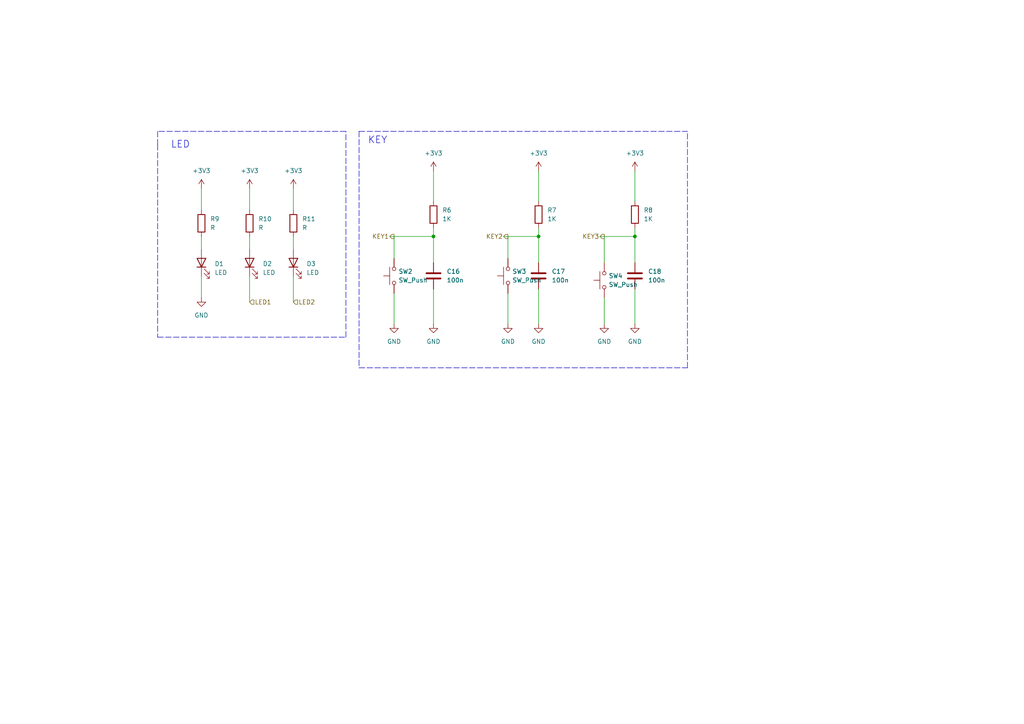
<source format=kicad_sch>
(kicad_sch (version 20211123) (generator eeschema)

  (uuid 01873668-f6e7-4007-94f9-3a5d38340f89)

  (paper "A4")

  (lib_symbols
    (symbol "Device:C" (pin_numbers hide) (pin_names (offset 0.254)) (in_bom yes) (on_board yes)
      (property "Reference" "C" (id 0) (at 0.635 2.54 0)
        (effects (font (size 1.27 1.27)) (justify left))
      )
      (property "Value" "C" (id 1) (at 0.635 -2.54 0)
        (effects (font (size 1.27 1.27)) (justify left))
      )
      (property "Footprint" "" (id 2) (at 0.9652 -3.81 0)
        (effects (font (size 1.27 1.27)) hide)
      )
      (property "Datasheet" "~" (id 3) (at 0 0 0)
        (effects (font (size 1.27 1.27)) hide)
      )
      (property "ki_keywords" "cap capacitor" (id 4) (at 0 0 0)
        (effects (font (size 1.27 1.27)) hide)
      )
      (property "ki_description" "Unpolarized capacitor" (id 5) (at 0 0 0)
        (effects (font (size 1.27 1.27)) hide)
      )
      (property "ki_fp_filters" "C_*" (id 6) (at 0 0 0)
        (effects (font (size 1.27 1.27)) hide)
      )
      (symbol "C_0_1"
        (polyline
          (pts
            (xy -2.032 -0.762)
            (xy 2.032 -0.762)
          )
          (stroke (width 0.508) (type default) (color 0 0 0 0))
          (fill (type none))
        )
        (polyline
          (pts
            (xy -2.032 0.762)
            (xy 2.032 0.762)
          )
          (stroke (width 0.508) (type default) (color 0 0 0 0))
          (fill (type none))
        )
      )
      (symbol "C_1_1"
        (pin passive line (at 0 3.81 270) (length 2.794)
          (name "~" (effects (font (size 1.27 1.27))))
          (number "1" (effects (font (size 1.27 1.27))))
        )
        (pin passive line (at 0 -3.81 90) (length 2.794)
          (name "~" (effects (font (size 1.27 1.27))))
          (number "2" (effects (font (size 1.27 1.27))))
        )
      )
    )
    (symbol "Device:LED" (pin_numbers hide) (pin_names (offset 1.016) hide) (in_bom yes) (on_board yes)
      (property "Reference" "D" (id 0) (at 0 2.54 0)
        (effects (font (size 1.27 1.27)))
      )
      (property "Value" "LED" (id 1) (at 0 -2.54 0)
        (effects (font (size 1.27 1.27)))
      )
      (property "Footprint" "" (id 2) (at 0 0 0)
        (effects (font (size 1.27 1.27)) hide)
      )
      (property "Datasheet" "~" (id 3) (at 0 0 0)
        (effects (font (size 1.27 1.27)) hide)
      )
      (property "ki_keywords" "LED diode" (id 4) (at 0 0 0)
        (effects (font (size 1.27 1.27)) hide)
      )
      (property "ki_description" "Light emitting diode" (id 5) (at 0 0 0)
        (effects (font (size 1.27 1.27)) hide)
      )
      (property "ki_fp_filters" "LED* LED_SMD:* LED_THT:*" (id 6) (at 0 0 0)
        (effects (font (size 1.27 1.27)) hide)
      )
      (symbol "LED_0_1"
        (polyline
          (pts
            (xy -1.27 -1.27)
            (xy -1.27 1.27)
          )
          (stroke (width 0.254) (type default) (color 0 0 0 0))
          (fill (type none))
        )
        (polyline
          (pts
            (xy -1.27 0)
            (xy 1.27 0)
          )
          (stroke (width 0) (type default) (color 0 0 0 0))
          (fill (type none))
        )
        (polyline
          (pts
            (xy 1.27 -1.27)
            (xy 1.27 1.27)
            (xy -1.27 0)
            (xy 1.27 -1.27)
          )
          (stroke (width 0.254) (type default) (color 0 0 0 0))
          (fill (type none))
        )
        (polyline
          (pts
            (xy -3.048 -0.762)
            (xy -4.572 -2.286)
            (xy -3.81 -2.286)
            (xy -4.572 -2.286)
            (xy -4.572 -1.524)
          )
          (stroke (width 0) (type default) (color 0 0 0 0))
          (fill (type none))
        )
        (polyline
          (pts
            (xy -1.778 -0.762)
            (xy -3.302 -2.286)
            (xy -2.54 -2.286)
            (xy -3.302 -2.286)
            (xy -3.302 -1.524)
          )
          (stroke (width 0) (type default) (color 0 0 0 0))
          (fill (type none))
        )
      )
      (symbol "LED_1_1"
        (pin passive line (at -3.81 0 0) (length 2.54)
          (name "K" (effects (font (size 1.27 1.27))))
          (number "1" (effects (font (size 1.27 1.27))))
        )
        (pin passive line (at 3.81 0 180) (length 2.54)
          (name "A" (effects (font (size 1.27 1.27))))
          (number "2" (effects (font (size 1.27 1.27))))
        )
      )
    )
    (symbol "Device:R" (pin_numbers hide) (pin_names (offset 0)) (in_bom yes) (on_board yes)
      (property "Reference" "R" (id 0) (at 2.032 0 90)
        (effects (font (size 1.27 1.27)))
      )
      (property "Value" "R" (id 1) (at 0 0 90)
        (effects (font (size 1.27 1.27)))
      )
      (property "Footprint" "" (id 2) (at -1.778 0 90)
        (effects (font (size 1.27 1.27)) hide)
      )
      (property "Datasheet" "~" (id 3) (at 0 0 0)
        (effects (font (size 1.27 1.27)) hide)
      )
      (property "ki_keywords" "R res resistor" (id 4) (at 0 0 0)
        (effects (font (size 1.27 1.27)) hide)
      )
      (property "ki_description" "Resistor" (id 5) (at 0 0 0)
        (effects (font (size 1.27 1.27)) hide)
      )
      (property "ki_fp_filters" "R_*" (id 6) (at 0 0 0)
        (effects (font (size 1.27 1.27)) hide)
      )
      (symbol "R_0_1"
        (rectangle (start -1.016 -2.54) (end 1.016 2.54)
          (stroke (width 0.254) (type default) (color 0 0 0 0))
          (fill (type none))
        )
      )
      (symbol "R_1_1"
        (pin passive line (at 0 3.81 270) (length 1.27)
          (name "~" (effects (font (size 1.27 1.27))))
          (number "1" (effects (font (size 1.27 1.27))))
        )
        (pin passive line (at 0 -3.81 90) (length 1.27)
          (name "~" (effects (font (size 1.27 1.27))))
          (number "2" (effects (font (size 1.27 1.27))))
        )
      )
    )
    (symbol "Switch:SW_Push" (pin_numbers hide) (pin_names (offset 1.016) hide) (in_bom yes) (on_board yes)
      (property "Reference" "SW" (id 0) (at 1.27 2.54 0)
        (effects (font (size 1.27 1.27)) (justify left))
      )
      (property "Value" "SW_Push" (id 1) (at 0 -1.524 0)
        (effects (font (size 1.27 1.27)))
      )
      (property "Footprint" "" (id 2) (at 0 5.08 0)
        (effects (font (size 1.27 1.27)) hide)
      )
      (property "Datasheet" "~" (id 3) (at 0 5.08 0)
        (effects (font (size 1.27 1.27)) hide)
      )
      (property "ki_keywords" "switch normally-open pushbutton push-button" (id 4) (at 0 0 0)
        (effects (font (size 1.27 1.27)) hide)
      )
      (property "ki_description" "Push button switch, generic, two pins" (id 5) (at 0 0 0)
        (effects (font (size 1.27 1.27)) hide)
      )
      (symbol "SW_Push_0_1"
        (circle (center -2.032 0) (radius 0.508)
          (stroke (width 0) (type default) (color 0 0 0 0))
          (fill (type none))
        )
        (polyline
          (pts
            (xy 0 1.27)
            (xy 0 3.048)
          )
          (stroke (width 0) (type default) (color 0 0 0 0))
          (fill (type none))
        )
        (polyline
          (pts
            (xy 2.54 1.27)
            (xy -2.54 1.27)
          )
          (stroke (width 0) (type default) (color 0 0 0 0))
          (fill (type none))
        )
        (circle (center 2.032 0) (radius 0.508)
          (stroke (width 0) (type default) (color 0 0 0 0))
          (fill (type none))
        )
        (pin passive line (at -5.08 0 0) (length 2.54)
          (name "1" (effects (font (size 1.27 1.27))))
          (number "1" (effects (font (size 1.27 1.27))))
        )
        (pin passive line (at 5.08 0 180) (length 2.54)
          (name "2" (effects (font (size 1.27 1.27))))
          (number "2" (effects (font (size 1.27 1.27))))
        )
      )
    )
    (symbol "power:+3V3" (power) (pin_names (offset 0)) (in_bom yes) (on_board yes)
      (property "Reference" "#PWR" (id 0) (at 0 -3.81 0)
        (effects (font (size 1.27 1.27)) hide)
      )
      (property "Value" "+3V3" (id 1) (at 0 3.556 0)
        (effects (font (size 1.27 1.27)))
      )
      (property "Footprint" "" (id 2) (at 0 0 0)
        (effects (font (size 1.27 1.27)) hide)
      )
      (property "Datasheet" "" (id 3) (at 0 0 0)
        (effects (font (size 1.27 1.27)) hide)
      )
      (property "ki_keywords" "power-flag" (id 4) (at 0 0 0)
        (effects (font (size 1.27 1.27)) hide)
      )
      (property "ki_description" "Power symbol creates a global label with name \"+3V3\"" (id 5) (at 0 0 0)
        (effects (font (size 1.27 1.27)) hide)
      )
      (symbol "+3V3_0_1"
        (polyline
          (pts
            (xy -0.762 1.27)
            (xy 0 2.54)
          )
          (stroke (width 0) (type default) (color 0 0 0 0))
          (fill (type none))
        )
        (polyline
          (pts
            (xy 0 0)
            (xy 0 2.54)
          )
          (stroke (width 0) (type default) (color 0 0 0 0))
          (fill (type none))
        )
        (polyline
          (pts
            (xy 0 2.54)
            (xy 0.762 1.27)
          )
          (stroke (width 0) (type default) (color 0 0 0 0))
          (fill (type none))
        )
      )
      (symbol "+3V3_1_1"
        (pin power_in line (at 0 0 90) (length 0) hide
          (name "+3V3" (effects (font (size 1.27 1.27))))
          (number "1" (effects (font (size 1.27 1.27))))
        )
      )
    )
    (symbol "power:GND" (power) (pin_names (offset 0)) (in_bom yes) (on_board yes)
      (property "Reference" "#PWR" (id 0) (at 0 -6.35 0)
        (effects (font (size 1.27 1.27)) hide)
      )
      (property "Value" "GND" (id 1) (at 0 -3.81 0)
        (effects (font (size 1.27 1.27)))
      )
      (property "Footprint" "" (id 2) (at 0 0 0)
        (effects (font (size 1.27 1.27)) hide)
      )
      (property "Datasheet" "" (id 3) (at 0 0 0)
        (effects (font (size 1.27 1.27)) hide)
      )
      (property "ki_keywords" "power-flag" (id 4) (at 0 0 0)
        (effects (font (size 1.27 1.27)) hide)
      )
      (property "ki_description" "Power symbol creates a global label with name \"GND\" , ground" (id 5) (at 0 0 0)
        (effects (font (size 1.27 1.27)) hide)
      )
      (symbol "GND_0_1"
        (polyline
          (pts
            (xy 0 0)
            (xy 0 -1.27)
            (xy 1.27 -1.27)
            (xy 0 -2.54)
            (xy -1.27 -1.27)
            (xy 0 -1.27)
          )
          (stroke (width 0) (type default) (color 0 0 0 0))
          (fill (type none))
        )
      )
      (symbol "GND_1_1"
        (pin power_in line (at 0 0 270) (length 0) hide
          (name "GND" (effects (font (size 1.27 1.27))))
          (number "1" (effects (font (size 1.27 1.27))))
        )
      )
    )
  )

  (junction (at 125.73 68.58) (diameter 0) (color 0 0 0 0)
    (uuid 2c683d1b-5ba5-4aac-8e6d-b9c5eeb8a988)
  )
  (junction (at 184.15 68.58) (diameter 0) (color 0 0 0 0)
    (uuid 5f476693-0b87-4b71-92f6-f6e37a06af9f)
  )
  (junction (at 156.21 68.58) (diameter 0) (color 0 0 0 0)
    (uuid bca70e43-1c5d-410b-9366-0f37710a1ce6)
  )

  (wire (pts (xy 184.15 66.04) (xy 184.15 68.58))
    (stroke (width 0) (type default) (color 0 0 0 0))
    (uuid 017d4839-9c24-4900-a276-4976ae98ee7d)
  )
  (wire (pts (xy 125.73 49.53) (xy 125.73 58.42))
    (stroke (width 0) (type default) (color 0 0 0 0))
    (uuid 020098d5-3cea-40e9-bbb5-183d7ff30738)
  )
  (wire (pts (xy 173.99 68.58) (xy 184.15 68.58))
    (stroke (width 0) (type default) (color 0 0 0 0))
    (uuid 06c484dd-dab3-4b9a-aa74-4c05d98b4303)
  )
  (wire (pts (xy 85.09 54.61) (xy 85.09 60.96))
    (stroke (width 0) (type default) (color 0 0 0 0))
    (uuid 0ba1ec6c-410e-4d4c-9e41-790df981a3da)
  )
  (wire (pts (xy 156.21 49.53) (xy 156.21 58.42))
    (stroke (width 0) (type default) (color 0 0 0 0))
    (uuid 0dbdfb25-99b5-4842-a0d0-88bb7f297233)
  )
  (wire (pts (xy 125.73 83.82) (xy 125.73 93.98))
    (stroke (width 0) (type default) (color 0 0 0 0))
    (uuid 11a15918-640d-418a-a31c-9078f42ff5e3)
  )
  (wire (pts (xy 85.09 80.01) (xy 85.09 87.63))
    (stroke (width 0) (type default) (color 0 0 0 0))
    (uuid 12e11a69-fff0-4708-8cf7-ea57a25c1aa7)
  )
  (polyline (pts (xy 45.72 41.91) (xy 45.72 97.79))
    (stroke (width 0) (type default) (color 0 0 0 0))
    (uuid 16f903c1-093e-497d-a9db-5dc2fa56cd8b)
  )
  (polyline (pts (xy 45.72 38.1) (xy 45.72 41.91))
    (stroke (width 0) (type default) (color 0 0 0 0))
    (uuid 26b8fa60-f9bb-4d48-a7fd-ba6ceb373950)
  )
  (polyline (pts (xy 100.33 97.79) (xy 100.33 38.1))
    (stroke (width 0) (type default) (color 0 0 0 0))
    (uuid 2b4b2df3-645a-4f83-8733-8d072783159e)
  )

  (wire (pts (xy 156.21 66.04) (xy 156.21 68.58))
    (stroke (width 0) (type default) (color 0 0 0 0))
    (uuid 2cd049d6-b972-497b-9d75-5b28b843cf9d)
  )
  (wire (pts (xy 114.3 74.93) (xy 114.3 68.58))
    (stroke (width 0) (type default) (color 0 0 0 0))
    (uuid 3775efe0-2e08-4afb-b5e6-7fbcb183980d)
  )
  (polyline (pts (xy 45.72 97.79) (xy 100.33 97.79))
    (stroke (width 0) (type default) (color 0 0 0 0))
    (uuid 3c1186d8-80c2-42ad-bc82-9bdfc34eb379)
  )

  (wire (pts (xy 72.39 54.61) (xy 72.39 60.96))
    (stroke (width 0) (type default) (color 0 0 0 0))
    (uuid 40d54154-de55-44a5-9898-6a434eb686cd)
  )
  (wire (pts (xy 156.21 83.82) (xy 156.21 93.98))
    (stroke (width 0) (type default) (color 0 0 0 0))
    (uuid 48fc7e49-90aa-4aa6-a152-f84cb33783b8)
  )
  (polyline (pts (xy 100.33 38.1) (xy 45.72 38.1))
    (stroke (width 0) (type default) (color 0 0 0 0))
    (uuid 49c7e9d0-8942-4b0f-9097-747d79f0a9dc)
  )

  (wire (pts (xy 184.15 49.53) (xy 184.15 58.42))
    (stroke (width 0) (type default) (color 0 0 0 0))
    (uuid 587ddaed-f294-4801-b72c-4aaa0fd5171a)
  )
  (wire (pts (xy 125.73 66.04) (xy 125.73 68.58))
    (stroke (width 0) (type default) (color 0 0 0 0))
    (uuid 5ed52d07-c603-4ac8-b33b-6aa59dac7b1a)
  )
  (wire (pts (xy 147.32 74.93) (xy 147.32 68.58))
    (stroke (width 0) (type default) (color 0 0 0 0))
    (uuid 64c5db50-7a9f-412c-be4e-53e94bdcd3b6)
  )
  (wire (pts (xy 146.05 68.58) (xy 156.21 68.58))
    (stroke (width 0) (type default) (color 0 0 0 0))
    (uuid 66af72d9-8c97-4e06-8520-2ced469c842a)
  )
  (wire (pts (xy 113.03 68.58) (xy 125.73 68.58))
    (stroke (width 0) (type default) (color 0 0 0 0))
    (uuid 6835ca42-8092-45e8-87b4-a725aba21873)
  )
  (wire (pts (xy 175.26 86.36) (xy 175.26 93.98))
    (stroke (width 0) (type default) (color 0 0 0 0))
    (uuid 72d2c1f2-4b47-4fb6-95af-7bca970507d4)
  )
  (wire (pts (xy 114.3 85.09) (xy 114.3 93.98))
    (stroke (width 0) (type default) (color 0 0 0 0))
    (uuid 859f060d-e619-40d8-ac96-631f475ca022)
  )
  (wire (pts (xy 147.32 85.09) (xy 147.32 93.98))
    (stroke (width 0) (type default) (color 0 0 0 0))
    (uuid 8c8c8302-eb39-468d-b90a-8216bfb1a7ae)
  )
  (wire (pts (xy 72.39 80.01) (xy 72.39 87.63))
    (stroke (width 0) (type default) (color 0 0 0 0))
    (uuid 9910cbca-4926-48b8-8dd0-9c2c2dbe7708)
  )
  (wire (pts (xy 58.42 68.58) (xy 58.42 72.39))
    (stroke (width 0) (type default) (color 0 0 0 0))
    (uuid a9180c7f-ccdb-4b76-987e-3a729be8680b)
  )
  (wire (pts (xy 184.15 68.58) (xy 184.15 76.2))
    (stroke (width 0) (type default) (color 0 0 0 0))
    (uuid aa6f1fd0-8f2d-40c5-b73b-f3d706965910)
  )
  (wire (pts (xy 184.15 83.82) (xy 184.15 93.98))
    (stroke (width 0) (type default) (color 0 0 0 0))
    (uuid cbed1dc8-a552-40de-b736-669b67e484f1)
  )
  (wire (pts (xy 72.39 68.58) (xy 72.39 72.39))
    (stroke (width 0) (type default) (color 0 0 0 0))
    (uuid cbf2debe-78aa-4aad-ba5d-bf97fc206219)
  )
  (wire (pts (xy 58.42 54.61) (xy 58.42 60.96))
    (stroke (width 0) (type default) (color 0 0 0 0))
    (uuid cef587dd-fc0f-4803-b9dd-c6365591ad28)
  )
  (wire (pts (xy 175.26 76.2) (xy 175.26 68.58))
    (stroke (width 0) (type default) (color 0 0 0 0))
    (uuid d68a0d58-9ea1-4c29-8858-27bdcb9ec4d5)
  )
  (wire (pts (xy 85.09 68.58) (xy 85.09 72.39))
    (stroke (width 0) (type default) (color 0 0 0 0))
    (uuid d742f4a2-6c85-4a6e-b5bd-c53681e9c731)
  )
  (polyline (pts (xy 199.39 106.68) (xy 199.39 38.1))
    (stroke (width 0) (type default) (color 0 0 0 0))
    (uuid d95b0ecb-93ec-44aa-8a26-c776d936d511)
  )

  (wire (pts (xy 58.42 80.01) (xy 58.42 86.36))
    (stroke (width 0) (type default) (color 0 0 0 0))
    (uuid e062efe2-e2d3-4cd8-9c50-c786d0ae9bba)
  )
  (polyline (pts (xy 104.14 38.1) (xy 199.39 38.1))
    (stroke (width 0) (type default) (color 0 0 0 0))
    (uuid ebba90a6-35e9-4572-a76f-aa1e53313e8a)
  )

  (wire (pts (xy 156.21 68.58) (xy 156.21 76.2))
    (stroke (width 0) (type default) (color 0 0 0 0))
    (uuid eedf9cb2-7a1f-4544-b9fa-486b4ad1c4e4)
  )
  (wire (pts (xy 125.73 68.58) (xy 125.73 76.2))
    (stroke (width 0) (type default) (color 0 0 0 0))
    (uuid f48d6b2b-6d0b-498c-8bde-958d86de4fd0)
  )
  (polyline (pts (xy 104.14 106.68) (xy 199.39 106.68))
    (stroke (width 0) (type default) (color 0 0 0 0))
    (uuid f495cee5-22bf-43c7-8f34-28189c892778)
  )
  (polyline (pts (xy 104.14 38.1) (xy 104.14 106.68))
    (stroke (width 0) (type default) (color 0 0 0 0))
    (uuid fb6995bb-4038-4001-a701-dcf467ac2183)
  )

  (text "LED" (at 49.53 43.18 0)
    (effects (font (size 2 2)) (justify left bottom))
    (uuid 63754a82-4b92-49bd-8a29-3f8469d66dd1)
  )
  (text "KEY" (at 106.68 41.91 0)
    (effects (font (size 2 2)) (justify left bottom))
    (uuid e0a55dc2-16c6-40ae-82b1-229d103121f1)
  )

  (hierarchical_label "KEY3" (shape output) (at 175.26 68.58 180)
    (effects (font (size 1.27 1.27)) (justify right))
    (uuid 4b2af073-e17b-4f9b-b7c8-abfea219a696)
  )
  (hierarchical_label "LED2" (shape input) (at 85.09 87.63 0)
    (effects (font (size 1.27 1.27)) (justify left))
    (uuid 533fbb89-8e4e-46b4-8ba0-2a96a05db72d)
  )
  (hierarchical_label "KEY2" (shape output) (at 147.32 68.58 180)
    (effects (font (size 1.27 1.27)) (justify right))
    (uuid 83895b00-19bb-4c3d-b898-5bf796a937b9)
  )
  (hierarchical_label "KEY1" (shape output) (at 114.3 68.58 180)
    (effects (font (size 1.27 1.27)) (justify right))
    (uuid c12e8ab2-89f9-4d70-8464-b76c0921dede)
  )
  (hierarchical_label "LED1" (shape input) (at 72.39 87.63 0)
    (effects (font (size 1.27 1.27)) (justify left))
    (uuid cce898d5-fc0e-4be9-a073-b6face46e1a5)
  )

  (symbol (lib_id "power:GND") (at 175.26 93.98 0) (unit 1)
    (in_bom yes) (on_board yes) (fields_autoplaced)
    (uuid 052b8d26-4dbd-417a-923d-0715796834d6)
    (property "Reference" "#PWR0143" (id 0) (at 175.26 100.33 0)
      (effects (font (size 1.27 1.27)) hide)
    )
    (property "Value" "GND" (id 1) (at 175.26 99.06 0))
    (property "Footprint" "" (id 2) (at 175.26 93.98 0)
      (effects (font (size 1.27 1.27)) hide)
    )
    (property "Datasheet" "" (id 3) (at 175.26 93.98 0)
      (effects (font (size 1.27 1.27)) hide)
    )
    (pin "1" (uuid 054d91af-1a9c-418e-b1a6-7defeb4bf269))
  )

  (symbol (lib_id "Switch:SW_Push") (at 147.32 80.01 90) (unit 1)
    (in_bom yes) (on_board yes) (fields_autoplaced)
    (uuid 05316743-580c-4675-9096-9fdd8098aa56)
    (property "Reference" "SW3" (id 0) (at 148.59 78.7399 90)
      (effects (font (size 1.27 1.27)) (justify right))
    )
    (property "Value" "SW_Push" (id 1) (at 148.59 81.2799 90)
      (effects (font (size 1.27 1.27)) (justify right))
    )
    (property "Footprint" "Button_Switch_SMD:SW_Push_1P1T_NO_6x6mm_H9.5mm" (id 2) (at 142.24 80.01 0)
      (effects (font (size 1.27 1.27)) hide)
    )
    (property "Datasheet" "~" (id 3) (at 142.24 80.01 0)
      (effects (font (size 1.27 1.27)) hide)
    )
    (pin "1" (uuid 6c24dae2-6060-4a19-94ed-7c9688898826))
    (pin "2" (uuid b09654b5-9afb-4812-bf32-c5d9cdacc3e9))
  )

  (symbol (lib_id "power:GND") (at 125.73 93.98 0) (unit 1)
    (in_bom yes) (on_board yes) (fields_autoplaced)
    (uuid 0bfc2c0e-3d48-4198-b404-b46e327175ae)
    (property "Reference" "#PWR0136" (id 0) (at 125.73 100.33 0)
      (effects (font (size 1.27 1.27)) hide)
    )
    (property "Value" "GND" (id 1) (at 125.73 99.06 0))
    (property "Footprint" "" (id 2) (at 125.73 93.98 0)
      (effects (font (size 1.27 1.27)) hide)
    )
    (property "Datasheet" "" (id 3) (at 125.73 93.98 0)
      (effects (font (size 1.27 1.27)) hide)
    )
    (pin "1" (uuid 59f520ee-da5c-4409-936a-3ce21ee61c97))
  )

  (symbol (lib_id "Device:R") (at 156.21 62.23 0) (unit 1)
    (in_bom yes) (on_board yes) (fields_autoplaced)
    (uuid 0c53312b-ab32-4e54-96ed-dfb989af3fd5)
    (property "Reference" "R7" (id 0) (at 158.75 60.9599 0)
      (effects (font (size 1.27 1.27)) (justify left))
    )
    (property "Value" "1K" (id 1) (at 158.75 63.4999 0)
      (effects (font (size 1.27 1.27)) (justify left))
    )
    (property "Footprint" "Resistor_SMD:R_0603_1608Metric" (id 2) (at 154.432 62.23 90)
      (effects (font (size 1.27 1.27)) hide)
    )
    (property "Datasheet" "~" (id 3) (at 156.21 62.23 0)
      (effects (font (size 1.27 1.27)) hide)
    )
    (pin "1" (uuid 3dee8caf-459f-4a0b-8a20-03f5706fa425))
    (pin "2" (uuid a0329a7f-c161-466b-b226-99cd684fa941))
  )

  (symbol (lib_id "Device:R") (at 184.15 62.23 0) (unit 1)
    (in_bom yes) (on_board yes) (fields_autoplaced)
    (uuid 14403ffd-3282-43ab-a420-5b7e9877a68a)
    (property "Reference" "R8" (id 0) (at 186.69 60.9599 0)
      (effects (font (size 1.27 1.27)) (justify left))
    )
    (property "Value" "1K" (id 1) (at 186.69 63.4999 0)
      (effects (font (size 1.27 1.27)) (justify left))
    )
    (property "Footprint" "Resistor_SMD:R_0603_1608Metric" (id 2) (at 182.372 62.23 90)
      (effects (font (size 1.27 1.27)) hide)
    )
    (property "Datasheet" "~" (id 3) (at 184.15 62.23 0)
      (effects (font (size 1.27 1.27)) hide)
    )
    (pin "1" (uuid 39d27f34-1058-4ddc-951a-a78db7c484ce))
    (pin "2" (uuid ab950b61-5f01-432f-a210-c4beef3a60eb))
  )

  (symbol (lib_id "Device:R") (at 72.39 64.77 0) (unit 1)
    (in_bom yes) (on_board yes) (fields_autoplaced)
    (uuid 176f6668-296c-4b01-872c-ca38cf909545)
    (property "Reference" "R10" (id 0) (at 74.93 63.4999 0)
      (effects (font (size 1.27 1.27)) (justify left))
    )
    (property "Value" "R" (id 1) (at 74.93 66.0399 0)
      (effects (font (size 1.27 1.27)) (justify left))
    )
    (property "Footprint" "Resistor_SMD:R_0603_1608Metric" (id 2) (at 70.612 64.77 90)
      (effects (font (size 1.27 1.27)) hide)
    )
    (property "Datasheet" "~" (id 3) (at 72.39 64.77 0)
      (effects (font (size 1.27 1.27)) hide)
    )
    (pin "1" (uuid b692a38a-9e11-46af-9d89-271b5e57b706))
    (pin "2" (uuid ac2fc1d3-faf5-411a-92b6-55641d6fce32))
  )

  (symbol (lib_id "Switch:SW_Push") (at 114.3 80.01 90) (unit 1)
    (in_bom yes) (on_board yes) (fields_autoplaced)
    (uuid 1ca737bd-6323-41c8-8dfc-4dcf2744f09a)
    (property "Reference" "SW2" (id 0) (at 115.57 78.7399 90)
      (effects (font (size 1.27 1.27)) (justify right))
    )
    (property "Value" "SW_Push" (id 1) (at 115.57 81.2799 90)
      (effects (font (size 1.27 1.27)) (justify right))
    )
    (property "Footprint" "Button_Switch_SMD:SW_Push_1P1T_NO_6x6mm_H9.5mm" (id 2) (at 109.22 80.01 0)
      (effects (font (size 1.27 1.27)) hide)
    )
    (property "Datasheet" "~" (id 3) (at 109.22 80.01 0)
      (effects (font (size 1.27 1.27)) hide)
    )
    (pin "1" (uuid 8ca999d5-5b4c-44d7-8248-933b9caeb20b))
    (pin "2" (uuid 35873dc2-f3b0-42e4-a7f4-88c7f956f62c))
  )

  (symbol (lib_id "Device:R") (at 125.73 62.23 0) (unit 1)
    (in_bom yes) (on_board yes) (fields_autoplaced)
    (uuid 1e39c7c6-7b99-46d9-9043-8573cc624a42)
    (property "Reference" "R6" (id 0) (at 128.27 60.9599 0)
      (effects (font (size 1.27 1.27)) (justify left))
    )
    (property "Value" "1K" (id 1) (at 128.27 63.4999 0)
      (effects (font (size 1.27 1.27)) (justify left))
    )
    (property "Footprint" "Resistor_SMD:R_0603_1608Metric" (id 2) (at 123.952 62.23 90)
      (effects (font (size 1.27 1.27)) hide)
    )
    (property "Datasheet" "~" (id 3) (at 125.73 62.23 0)
      (effects (font (size 1.27 1.27)) hide)
    )
    (pin "1" (uuid 25ed403d-e9cb-4f5b-94fc-569ad175759b))
    (pin "2" (uuid ef948dba-1fca-4c85-a81b-27d758d793eb))
  )

  (symbol (lib_id "Switch:SW_Push") (at 175.26 81.28 90) (unit 1)
    (in_bom yes) (on_board yes) (fields_autoplaced)
    (uuid 2d8cd46d-dd1c-4d3f-a337-0166f13826e4)
    (property "Reference" "SW4" (id 0) (at 176.53 80.0099 90)
      (effects (font (size 1.27 1.27)) (justify right))
    )
    (property "Value" "SW_Push" (id 1) (at 176.53 82.5499 90)
      (effects (font (size 1.27 1.27)) (justify right))
    )
    (property "Footprint" "Button_Switch_SMD:SW_Push_1P1T_NO_6x6mm_H9.5mm" (id 2) (at 170.18 81.28 0)
      (effects (font (size 1.27 1.27)) hide)
    )
    (property "Datasheet" "~" (id 3) (at 170.18 81.28 0)
      (effects (font (size 1.27 1.27)) hide)
    )
    (pin "1" (uuid fe3c47e6-3e5a-4a7a-a901-c82e0090f7e1))
    (pin "2" (uuid bdd98e93-f638-40a7-89bf-07b693abc786))
  )

  (symbol (lib_id "Device:LED") (at 58.42 76.2 90) (unit 1)
    (in_bom yes) (on_board yes) (fields_autoplaced)
    (uuid 3ae0e903-3af9-47fb-ae67-b8355c169a47)
    (property "Reference" "D1" (id 0) (at 62.23 76.5174 90)
      (effects (font (size 1.27 1.27)) (justify right))
    )
    (property "Value" "LED" (id 1) (at 62.23 79.0574 90)
      (effects (font (size 1.27 1.27)) (justify right))
    )
    (property "Footprint" "LED_SMD:LED_0603_1608Metric" (id 2) (at 58.42 76.2 0)
      (effects (font (size 1.27 1.27)) hide)
    )
    (property "Datasheet" "~" (id 3) (at 58.42 76.2 0)
      (effects (font (size 1.27 1.27)) hide)
    )
    (pin "1" (uuid b9278d9d-1577-4d09-b40f-a5286f86e43d))
    (pin "2" (uuid a85d0e5f-be8d-4ae5-a652-88cd693200c8))
  )

  (symbol (lib_id "Device:C") (at 184.15 80.01 0) (unit 1)
    (in_bom yes) (on_board yes) (fields_autoplaced)
    (uuid 5257670c-25a6-435c-80c7-d4a6425e6a7d)
    (property "Reference" "C18" (id 0) (at 187.96 78.7399 0)
      (effects (font (size 1.27 1.27)) (justify left))
    )
    (property "Value" "100n" (id 1) (at 187.96 81.2799 0)
      (effects (font (size 1.27 1.27)) (justify left))
    )
    (property "Footprint" "Capacitor_SMD:C_0603_1608Metric" (id 2) (at 185.1152 83.82 0)
      (effects (font (size 1.27 1.27)) hide)
    )
    (property "Datasheet" "~" (id 3) (at 184.15 80.01 0)
      (effects (font (size 1.27 1.27)) hide)
    )
    (pin "1" (uuid f75f8d91-bcab-407b-8372-d32cec5455d8))
    (pin "2" (uuid 06cd4c22-f74a-4e29-a658-9a7ec575c7ac))
  )

  (symbol (lib_id "power:+3V3") (at 156.21 49.53 0) (unit 1)
    (in_bom yes) (on_board yes) (fields_autoplaced)
    (uuid 5356e4ed-25ff-479a-9374-45ed0c107af6)
    (property "Reference" "#PWR0138" (id 0) (at 156.21 53.34 0)
      (effects (font (size 1.27 1.27)) hide)
    )
    (property "Value" "+3V3" (id 1) (at 156.21 44.45 0))
    (property "Footprint" "" (id 2) (at 156.21 49.53 0)
      (effects (font (size 1.27 1.27)) hide)
    )
    (property "Datasheet" "" (id 3) (at 156.21 49.53 0)
      (effects (font (size 1.27 1.27)) hide)
    )
    (pin "1" (uuid acb2211a-874c-4ab6-a523-b8745991c020))
  )

  (symbol (lib_id "Device:LED") (at 72.39 76.2 90) (unit 1)
    (in_bom yes) (on_board yes) (fields_autoplaced)
    (uuid 703a50a5-5dae-42ea-ad92-92de212f135a)
    (property "Reference" "D2" (id 0) (at 76.2 76.5174 90)
      (effects (font (size 1.27 1.27)) (justify right))
    )
    (property "Value" "LED" (id 1) (at 76.2 79.0574 90)
      (effects (font (size 1.27 1.27)) (justify right))
    )
    (property "Footprint" "LED_SMD:LED_0603_1608Metric" (id 2) (at 72.39 76.2 0)
      (effects (font (size 1.27 1.27)) hide)
    )
    (property "Datasheet" "~" (id 3) (at 72.39 76.2 0)
      (effects (font (size 1.27 1.27)) hide)
    )
    (pin "1" (uuid 3f85e4d4-e3cc-492b-9a06-b50c5434ebfb))
    (pin "2" (uuid 1cfc5ed8-cd95-4043-9164-47b97602e3c5))
  )

  (symbol (lib_id "Device:R") (at 58.42 64.77 0) (unit 1)
    (in_bom yes) (on_board yes) (fields_autoplaced)
    (uuid 79d1e70f-101c-4354-9358-b0395729b1f5)
    (property "Reference" "R9" (id 0) (at 60.96 63.4999 0)
      (effects (font (size 1.27 1.27)) (justify left))
    )
    (property "Value" "R" (id 1) (at 60.96 66.0399 0)
      (effects (font (size 1.27 1.27)) (justify left))
    )
    (property "Footprint" "Resistor_SMD:R_0603_1608Metric" (id 2) (at 56.642 64.77 90)
      (effects (font (size 1.27 1.27)) hide)
    )
    (property "Datasheet" "~" (id 3) (at 58.42 64.77 0)
      (effects (font (size 1.27 1.27)) hide)
    )
    (pin "1" (uuid 7cfe3b5f-5e08-402d-8010-ebd916b77806))
    (pin "2" (uuid 6dd2f76c-966d-4b2e-9fdb-466c96e09ffb))
  )

  (symbol (lib_id "power:GND") (at 114.3 93.98 0) (unit 1)
    (in_bom yes) (on_board yes) (fields_autoplaced)
    (uuid 7ff6ed16-47a9-4903-849d-5aa184e43d48)
    (property "Reference" "#PWR0137" (id 0) (at 114.3 100.33 0)
      (effects (font (size 1.27 1.27)) hide)
    )
    (property "Value" "GND" (id 1) (at 114.3 99.06 0))
    (property "Footprint" "" (id 2) (at 114.3 93.98 0)
      (effects (font (size 1.27 1.27)) hide)
    )
    (property "Datasheet" "" (id 3) (at 114.3 93.98 0)
      (effects (font (size 1.27 1.27)) hide)
    )
    (pin "1" (uuid ae15404c-9146-4e09-8f91-e20ef2b143d3))
  )

  (symbol (lib_id "power:+3V3") (at 125.73 49.53 0) (unit 1)
    (in_bom yes) (on_board yes) (fields_autoplaced)
    (uuid 962e55a4-213a-499a-a2c9-96305d7a2dd0)
    (property "Reference" "#PWR0135" (id 0) (at 125.73 53.34 0)
      (effects (font (size 1.27 1.27)) hide)
    )
    (property "Value" "+3V3" (id 1) (at 125.73 44.45 0))
    (property "Footprint" "" (id 2) (at 125.73 49.53 0)
      (effects (font (size 1.27 1.27)) hide)
    )
    (property "Datasheet" "" (id 3) (at 125.73 49.53 0)
      (effects (font (size 1.27 1.27)) hide)
    )
    (pin "1" (uuid 12800cc9-bbb8-472b-903f-53c474dbb060))
  )

  (symbol (lib_id "power:GND") (at 156.21 93.98 0) (unit 1)
    (in_bom yes) (on_board yes) (fields_autoplaced)
    (uuid 9eaa7f1c-4f55-488f-bee5-d04e53214a55)
    (property "Reference" "#PWR0139" (id 0) (at 156.21 100.33 0)
      (effects (font (size 1.27 1.27)) hide)
    )
    (property "Value" "GND" (id 1) (at 156.21 99.06 0))
    (property "Footprint" "" (id 2) (at 156.21 93.98 0)
      (effects (font (size 1.27 1.27)) hide)
    )
    (property "Datasheet" "" (id 3) (at 156.21 93.98 0)
      (effects (font (size 1.27 1.27)) hide)
    )
    (pin "1" (uuid d1418761-c51a-495a-8fca-2c09016ad351))
  )

  (symbol (lib_id "power:+3V3") (at 85.09 54.61 0) (unit 1)
    (in_bom yes) (on_board yes) (fields_autoplaced)
    (uuid b2d568ee-b1b3-4e10-8745-04f6adfc694d)
    (property "Reference" "#PWR0134" (id 0) (at 85.09 58.42 0)
      (effects (font (size 1.27 1.27)) hide)
    )
    (property "Value" "+3V3" (id 1) (at 85.09 49.53 0))
    (property "Footprint" "" (id 2) (at 85.09 54.61 0)
      (effects (font (size 1.27 1.27)) hide)
    )
    (property "Datasheet" "" (id 3) (at 85.09 54.61 0)
      (effects (font (size 1.27 1.27)) hide)
    )
    (pin "1" (uuid 7c8c4154-22d2-4faf-a98b-05f5ec5beded))
  )

  (symbol (lib_id "Device:C") (at 125.73 80.01 0) (unit 1)
    (in_bom yes) (on_board yes) (fields_autoplaced)
    (uuid b52a3be2-4d42-495e-9191-c3828e90258e)
    (property "Reference" "C16" (id 0) (at 129.54 78.7399 0)
      (effects (font (size 1.27 1.27)) (justify left))
    )
    (property "Value" "100n" (id 1) (at 129.54 81.2799 0)
      (effects (font (size 1.27 1.27)) (justify left))
    )
    (property "Footprint" "Capacitor_SMD:C_0603_1608Metric" (id 2) (at 126.6952 83.82 0)
      (effects (font (size 1.27 1.27)) hide)
    )
    (property "Datasheet" "~" (id 3) (at 125.73 80.01 0)
      (effects (font (size 1.27 1.27)) hide)
    )
    (pin "1" (uuid 71a15712-fdbe-40de-9e21-6c96816af51c))
    (pin "2" (uuid ca0b1555-a2ee-4974-a5f6-f0a4e9da1045))
  )

  (symbol (lib_id "power:+3V3") (at 58.42 54.61 0) (unit 1)
    (in_bom yes) (on_board yes) (fields_autoplaced)
    (uuid b5ec06d8-ea5b-40ce-ba78-148ef5b71db4)
    (property "Reference" "#PWR0132" (id 0) (at 58.42 58.42 0)
      (effects (font (size 1.27 1.27)) hide)
    )
    (property "Value" "+3V3" (id 1) (at 58.42 49.53 0))
    (property "Footprint" "" (id 2) (at 58.42 54.61 0)
      (effects (font (size 1.27 1.27)) hide)
    )
    (property "Datasheet" "" (id 3) (at 58.42 54.61 0)
      (effects (font (size 1.27 1.27)) hide)
    )
    (pin "1" (uuid d6fabd6f-657a-44f3-aaa0-93df1cb9819f))
  )

  (symbol (lib_id "Device:LED") (at 85.09 76.2 90) (unit 1)
    (in_bom yes) (on_board yes) (fields_autoplaced)
    (uuid b848ac6b-27b4-4a57-8e54-9c18c5f7bed2)
    (property "Reference" "D3" (id 0) (at 88.9 76.5174 90)
      (effects (font (size 1.27 1.27)) (justify right))
    )
    (property "Value" "LED" (id 1) (at 88.9 79.0574 90)
      (effects (font (size 1.27 1.27)) (justify right))
    )
    (property "Footprint" "LED_SMD:LED_0603_1608Metric" (id 2) (at 85.09 76.2 0)
      (effects (font (size 1.27 1.27)) hide)
    )
    (property "Datasheet" "~" (id 3) (at 85.09 76.2 0)
      (effects (font (size 1.27 1.27)) hide)
    )
    (pin "1" (uuid 6f593e4e-acb7-46e2-8355-8af9ad0cdb14))
    (pin "2" (uuid f776851e-b543-434a-ab1c-3820721df5f0))
  )

  (symbol (lib_id "power:GND") (at 147.32 93.98 0) (unit 1)
    (in_bom yes) (on_board yes) (fields_autoplaced)
    (uuid bdedec34-ef77-4c41-a435-1bb6139761fa)
    (property "Reference" "#PWR0140" (id 0) (at 147.32 100.33 0)
      (effects (font (size 1.27 1.27)) hide)
    )
    (property "Value" "GND" (id 1) (at 147.32 99.06 0))
    (property "Footprint" "" (id 2) (at 147.32 93.98 0)
      (effects (font (size 1.27 1.27)) hide)
    )
    (property "Datasheet" "" (id 3) (at 147.32 93.98 0)
      (effects (font (size 1.27 1.27)) hide)
    )
    (pin "1" (uuid 34df7457-6418-484a-92d0-f639f20c8834))
  )

  (symbol (lib_id "power:GND") (at 184.15 93.98 0) (unit 1)
    (in_bom yes) (on_board yes) (fields_autoplaced)
    (uuid c108b701-b94b-4d50-9ca1-86df99762d49)
    (property "Reference" "#PWR0142" (id 0) (at 184.15 100.33 0)
      (effects (font (size 1.27 1.27)) hide)
    )
    (property "Value" "GND" (id 1) (at 184.15 99.06 0))
    (property "Footprint" "" (id 2) (at 184.15 93.98 0)
      (effects (font (size 1.27 1.27)) hide)
    )
    (property "Datasheet" "" (id 3) (at 184.15 93.98 0)
      (effects (font (size 1.27 1.27)) hide)
    )
    (pin "1" (uuid a8c77193-f407-4749-8ede-31fef4271e90))
  )

  (symbol (lib_id "Device:R") (at 85.09 64.77 0) (unit 1)
    (in_bom yes) (on_board yes) (fields_autoplaced)
    (uuid ce92e784-166b-45d6-8bfa-b2315041fbad)
    (property "Reference" "R11" (id 0) (at 87.63 63.4999 0)
      (effects (font (size 1.27 1.27)) (justify left))
    )
    (property "Value" "R" (id 1) (at 87.63 66.0399 0)
      (effects (font (size 1.27 1.27)) (justify left))
    )
    (property "Footprint" "Resistor_SMD:R_0603_1608Metric" (id 2) (at 83.312 64.77 90)
      (effects (font (size 1.27 1.27)) hide)
    )
    (property "Datasheet" "~" (id 3) (at 85.09 64.77 0)
      (effects (font (size 1.27 1.27)) hide)
    )
    (pin "1" (uuid 1f5fef52-c1c9-499a-8012-eea77b4e6015))
    (pin "2" (uuid e08737e2-85cf-401a-a0f5-91988c9fc5b1))
  )

  (symbol (lib_id "power:+3V3") (at 72.39 54.61 0) (unit 1)
    (in_bom yes) (on_board yes) (fields_autoplaced)
    (uuid ceb0af44-ad7d-4d2c-a0cd-f0ae23ccf5c9)
    (property "Reference" "#PWR0133" (id 0) (at 72.39 58.42 0)
      (effects (font (size 1.27 1.27)) hide)
    )
    (property "Value" "+3V3" (id 1) (at 72.39 49.53 0))
    (property "Footprint" "" (id 2) (at 72.39 54.61 0)
      (effects (font (size 1.27 1.27)) hide)
    )
    (property "Datasheet" "" (id 3) (at 72.39 54.61 0)
      (effects (font (size 1.27 1.27)) hide)
    )
    (pin "1" (uuid 0e0449ad-5341-4b7c-b10b-4f519cf78612))
  )

  (symbol (lib_id "power:GND") (at 58.42 86.36 0) (unit 1)
    (in_bom yes) (on_board yes) (fields_autoplaced)
    (uuid e0ecaf7a-fb23-4708-ae2b-4ff3ba5ca1b3)
    (property "Reference" "#PWR0131" (id 0) (at 58.42 92.71 0)
      (effects (font (size 1.27 1.27)) hide)
    )
    (property "Value" "GND" (id 1) (at 58.42 91.44 0))
    (property "Footprint" "" (id 2) (at 58.42 86.36 0)
      (effects (font (size 1.27 1.27)) hide)
    )
    (property "Datasheet" "" (id 3) (at 58.42 86.36 0)
      (effects (font (size 1.27 1.27)) hide)
    )
    (pin "1" (uuid 30e00518-0400-4171-96b6-598d08c11e5b))
  )

  (symbol (lib_id "Device:C") (at 156.21 80.01 0) (unit 1)
    (in_bom yes) (on_board yes) (fields_autoplaced)
    (uuid ea8aad8b-78ef-40f9-9a5e-dcc4a9ac8f9f)
    (property "Reference" "C17" (id 0) (at 160.02 78.7399 0)
      (effects (font (size 1.27 1.27)) (justify left))
    )
    (property "Value" "100n" (id 1) (at 160.02 81.2799 0)
      (effects (font (size 1.27 1.27)) (justify left))
    )
    (property "Footprint" "Capacitor_SMD:C_0603_1608Metric" (id 2) (at 157.1752 83.82 0)
      (effects (font (size 1.27 1.27)) hide)
    )
    (property "Datasheet" "~" (id 3) (at 156.21 80.01 0)
      (effects (font (size 1.27 1.27)) hide)
    )
    (pin "1" (uuid 94c7a40a-a1ba-4eb5-925a-252023599320))
    (pin "2" (uuid 49887f13-7c63-4cbc-ae44-c5979c3a5471))
  )

  (symbol (lib_id "power:+3V3") (at 184.15 49.53 0) (unit 1)
    (in_bom yes) (on_board yes) (fields_autoplaced)
    (uuid f407f925-0683-4909-9144-707c8a846eef)
    (property "Reference" "#PWR0141" (id 0) (at 184.15 53.34 0)
      (effects (font (size 1.27 1.27)) hide)
    )
    (property "Value" "+3V3" (id 1) (at 184.15 44.45 0))
    (property "Footprint" "" (id 2) (at 184.15 49.53 0)
      (effects (font (size 1.27 1.27)) hide)
    )
    (property "Datasheet" "" (id 3) (at 184.15 49.53 0)
      (effects (font (size 1.27 1.27)) hide)
    )
    (pin "1" (uuid 4b058c9e-906a-4647-b644-b132710ecbfa))
  )
)

</source>
